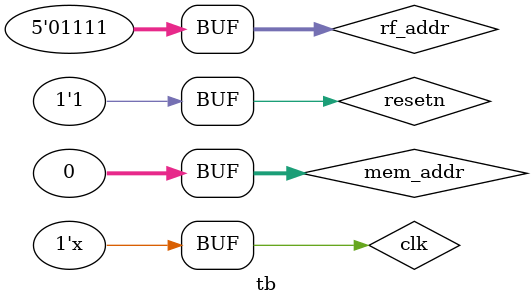
<source format=v>
`timescale 1ns / 1ps


module tb;

    // Inputs
    reg clk;
    reg resetn;
    reg [4:0] rf_addr;
    reg [31:0] mem_addr;

    // Outputs
    wire [31:0] rf_data;
    wire [31:0] mem_data;
    wire [31:0] IF_pc;
    wire [31:0] IF_inst;
    wire [31:0] ID_pc;
    wire [31:0] EXE_pc;
    wire [31:0] MEM_pc;
    wire [31:0] WB_pc;
    wire [31:0] cpu_5_valid;
    wire [31:0] print_rf_wdata;
    wire [31:0] print_dm_wdata;
    wire [31:0] print_prior_seq_pc;
    wire print_jbr_taken;
    wire prior_predict_jbr_taken;
    wire [32:0]print_jbr_bus;
    wire [31:0]print_exe_result;
    wire [31:0]print_rs_value;
    wire [31:0]print_rt_value;
    wire [168:0] print_ID_EXE_bus;
    wire  print_modply;
    wire [31:0]print_quotient;
    wire    [31:0]print_alu_operand1;
    wire     [31:0]print_alu_operand2;
    // Instantiate the Unit Under Test (UUT)
    pipeline_cpu uut (
        .clk(clk), 
        .resetn(resetn), 
        .rf_addr(rf_addr), 
        .mem_addr(mem_addr), 
        .rf_data(rf_data), 
        .mem_data(mem_data), 
        .IF_pc(IF_pc), 
        .IF_inst(IF_inst), 
        .ID_pc(ID_pc), 
        .EXE_pc(EXE_pc), 
        .MEM_pc(MEM_pc), 
        .WB_pc(WB_pc), 
        .cpu_5_valid(cpu_5_valid),
        .print_rf_wdata(print_rf_wdata),
        .print_dm_wdata(print_dm_wdata),
        .print_prior_seq_pc(print_prior_seq_pc),
        .print_jbr_taken(print_jbr_taken),
        .prior_predict_jbr_taken(prior_predict_jbr_taken),
        .print_jbr_bus(print_jbr_bus),
        .print_exe_result(print_exe_result),
        .print_rs_value(print_rs_value),
        .print_rt_value(print_rt_value),
        .print_ID_EXE_bus(print_ID_EXE_bus),
        . print_modply( print_modply),
        .print_quotient(print_quotient),
        .print_alu_operand1(print_alu_operand1),
        .print_alu_operand2(print_alu_operand2)
    );

    initial begin
        // Initialize Inputs
        clk = 0;
        resetn = 0;
        rf_addr = 4'b1111;
        mem_addr = 0;

        // Wait 100 ns for global reset to finish
        #100;
      resetn = 1;
        // Add stimulus here
    end
   always #5 clk=~clk;
endmodule

</source>
